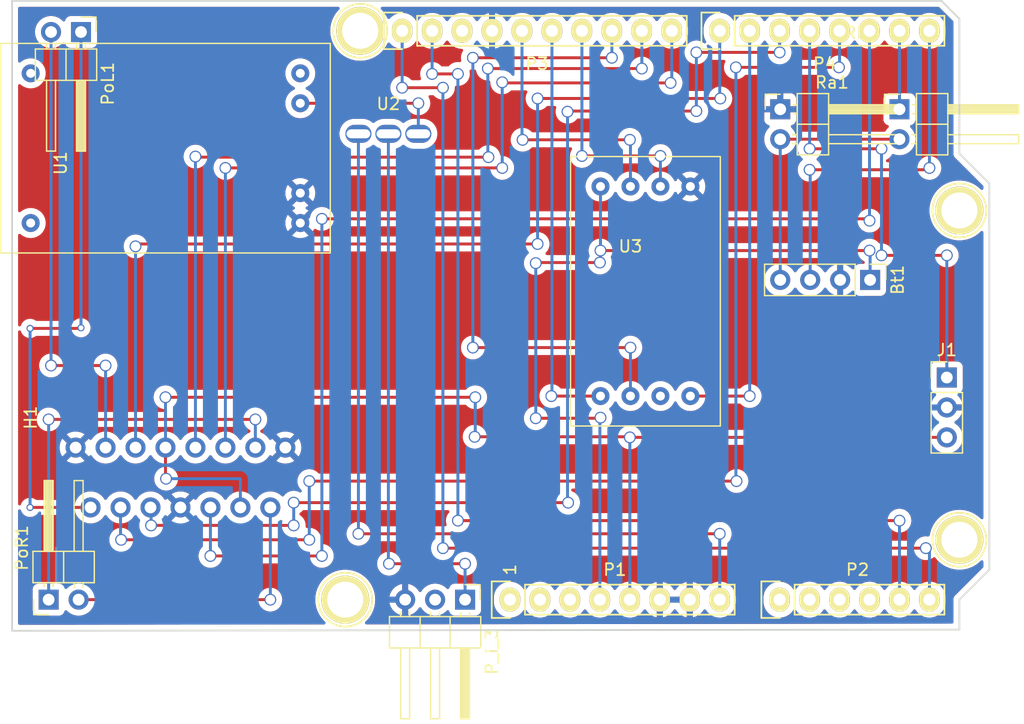
<source format=kicad_pcb>
(kicad_pcb (version 20211014) (generator pcbnew)
  (title_block (date "lun. 30 mars 2015"))
  (layers (0 "F.Cu" signal) (31 "B.Cu" signal) (34 "B.Paste" user) (35 "F.Paste" user) (36 "B.SilkS" user "B.Silkscreen") (37 "F.SilkS" user "F.Silkscreen") (38 "B.Mask" user) (39 "F.Mask" user) (44 "Edge.Cuts" user))
  (net 0 "")
  (net 1 "/IOREF")
  (net 2 "/Reset")
  (net 3 "GND")
  (net 4 "/Vin")
  (net 5 "/A0")
  (net 6 "/A1")
  (net 7 "/A2")
  (net 8 "/A3")
  (net 9 "/AREF")
  (net 10 "/A4(SDA)")
  (net 11 "/A5(SCL)")
  (net 12 "/9(**)")
  (net 13 "/8")
  (net 14 "/7")
  (net 15 "/6(**)")
  (net 16 "/5(**)")
  (net 17 "/4")
  (net 18 "/3(**)")
  (net 19 "/2")
  (net 20 "/1(Tx)")
  (net 21 "/0(Rx)")
  (net 22 "/3.3V")
  (net 23 "Net-(P1-Pad5)")
  (net 25 "/11(**{slash}MOSI)")
  (net 26 "/13(SCK)")
  (net 27 "/10(**{slash}SS)")
  (net 29 "/12(MISO)")
  (net 31 "Net-(Bt1-Pad4)")
  (net 33 "Net-(H1-Pad13)")
  (net 34 "Net-(H1-Pad14)")
  (net 35 "Net-(H1-Pad3)")
  (net 36 "Net-(H1-Pad2)")
  (net 38 "Net-(P_i_3-Pad1)")
  (net 40 "Net-(U1-Pad3)")
  (footprint "Socket_Arduino_Uno:Socket_Strip_Arduino_1x08" (layer "F.Cu") (at 138.938 123.825)
    (fp_text reference "P1" (at 8.89 -2.54) (layer "F.SilkS"))
    (fp_text value "Power")
    (fp_line (start 0 -1.55) (end -1.55 -1.55) (layer "F.SilkS") (width 0.15))
    (fp_line (start -1.55 1.55) (end 0 1.55) (layer "F.SilkS") (width 0.15))
    (fp_line (start 1.27 1.27) (end 19.05 1.27) (layer "F.SilkS") (width 0.15))
    (fp_line (start 19.05 -1.27) (end 1.27 -1.27) (layer "F.SilkS") (width 0.15))
    (fp_line (start -1.55 -1.55) (end -1.55 1.55) (layer "F.SilkS") (width 0.15))
    (fp_line (start 1.27 1.27) (end 1.27 -1.27) (layer "F.SilkS") (width 0.15))
    (fp_line (start 19.05 1.27) (end 19.05 -1.27) (layer "F.SilkS") (width 0.15))
    (pad "1" thru_hole oval locked (at 0 0) (size 1.7272 2.032) (drill 1.016) (layers *.Cu *.Mask "F.SilkS"))
    (pad "2" thru_hole oval locked (at 2.54 0) (size 1.7272 2.032) (drill 1.016) (layers *.Cu *.Mask "F.SilkS") (net 1 "/IOREF"))
    (pad "3" thru_hole oval locked (at 5.08 0) (size 1.7272 2.032) (drill 1.016) (layers *.Cu *.Mask "F.SilkS") (net 2 "/Reset"))
    (pad "4" thru_hole oval locked (at 7.62 0) (size 1.7272 2.032) (drill 1.016) (layers *.Cu *.Mask "F.SilkS") (net 22 "/3.3V"))
    (pad "5" thru_hole oval locked (at 10.16 0) (size 1.7272 2.032) (drill 1.016) (layers *.Cu *.Mask "F.SilkS") (net 23 "Net-(P1-Pad5)"))
    (pad "6" thru_hole oval locked (at 12.7 0) (size 1.7272 2.032) (drill 1.016) (layers *.Cu *.Mask "F.SilkS") (net 3 "GND"))
    (pad "7" thru_hole oval locked (at 15.24 0) (size 1.7272 2.032) (drill 1.016) (layers *.Cu *.Mask "F.SilkS") (net 3 "GND"))
    (pad "8" thru_hole oval locked (at 17.78 0) (size 1.7272 2.032) (drill 1.016) (layers *.Cu *.Mask "F.SilkS") (net 4 "/Vin"))
  )
  (footprint "Socket_Arduino_Uno:Socket_Strip_Arduino_1x06" (layer "F.Cu") (at 161.798 123.825)
    (fp_text reference "P2" (at 6.604 -2.54) (layer "F.SilkS"))
    (fp_text value "Analog")
    (fp_line (start -1.55 -1.55) (end -1.55 1.55) (layer "F.SilkS") (width 0.15))
    (fp_line (start 13.97 -1.27) (end 1.27 -1.27) (layer "F.SilkS") (width 0.15))
    (fp_line (start -1.55 1.55) (end 0 1.55) (layer "F.SilkS") (width 0.15))
    (fp_line (start 13.97 1.27) (end 13.97 -1.27) (layer "F.SilkS") (width 0.15))
    (fp_line (start 0 -1.55) (end -1.55 -1.55) (layer "F.SilkS") (width 0.15))
    (fp_line (start 1.27 1.27) (end 13.97 1.27) (layer "F.SilkS") (width 0.15))
    (fp_line (start 1.27 1.27) (end 1.27 -1.27) (layer "F.SilkS") (width 0.15))
    (pad "1" thru_hole oval locked (at 0 0) (size 1.7272 2.032) (drill 1.016) (layers *.Cu *.Mask "F.SilkS") (net 5 "/A0"))
    (pad "2" thru_hole oval locked (at 2.54 0) (size 1.7272 2.032) (drill 1.016) (layers *.Cu *.Mask "F.SilkS") (net 6 "/A1"))
    (pad "3" thru_hole oval locked (at 5.08 0) (size 1.7272 2.032) (drill 1.016) (layers *.Cu *.Mask "F.SilkS") (net 7 "/A2"))
    (pad "4" thru_hole oval locked (at 7.62 0) (size 1.7272 2.032) (drill 1.016) (layers *.Cu *.Mask "F.SilkS") (net 8 "/A3"))
    (pad "5" thru_hole oval locked (at 10.16 0) (size 1.7272 2.032) (drill 1.016) (layers *.Cu *.Mask "F.SilkS") (net 10 "/A4(SDA)"))
    (pad "6" thru_hole oval locked (at 12.7 0) (size 1.7272 2.032) (drill 1.016) (layers *.Cu *.Mask "F.SilkS") (net 11 "/A5(SCL)"))
  )
  (footprint "Socket_Arduino_Uno:Socket_Strip_Arduino_1x10" (layer "F.Cu") (at 129.794 75.565)
    (fp_text reference "P3" (at 11.43 2.794) (layer "F.SilkS"))
    (fp_text value "Digital")
    (fp_line (start -1.55 1.55) (end 0 1.55) (layer "F.SilkS") (width 0.15))
    (fp_line (start 1.27 1.27) (end 1.27 -1.27) (layer "F.SilkS") (width 0.15))
    (fp_line (start 1.27 1.27) (end 24.13 1.27) (layer "F.SilkS") (width 0.15))
    (fp_line (start 24.13 1.27) (end 24.13 -1.27) (layer "F.SilkS") (width 0.15))
    (fp_line (start -1.55 -1.55) (end -1.55 1.55) (layer "F.SilkS") (width 0.15))
    (fp_line (start 0 -1.55) (end -1.55 -1.55) (layer "F.SilkS") (width 0.15))
    (fp_line (start 24.13 -1.27) (end 1.27 -1.27) (layer "F.SilkS") (width 0.15))
    (pad "1" thru_hole oval locked (at 0 0) (size 1.7272 2.032) (drill 1.016) (layers *.Cu *.Mask "F.SilkS") (net 11 "/A5(SCL)"))
    (pad "2" thru_hole oval locked (at 2.54 0) (size 1.7272 2.032) (drill 1.016) (layers *.Cu *.Mask "F.SilkS") (net 10 "/A4(SDA)"))
    (pad "3" thru_hole oval locked (at 5.08 0) (size 1.7272 2.032) (drill 1.016) (layers *.Cu *.Mask "F.SilkS") (net 9 "/AREF"))
    (pad "4" thru_hole oval locked (at 7.62 0) (size 1.7272 2.032) (drill 1.016) (layers *.Cu *.Mask "F.SilkS") (net 3 "GND"))
    (pad "5" thru_hole oval locked (at 10.16 0) (size 1.7272 2.032) (drill 1.016) (layers *.Cu *.Mask "F.SilkS") (net 26 "/13(SCK)"))
    (pad "6" thru_hole oval locked (at 12.7 0) (size 1.7272 2.032) (drill 1.016) (layers *.Cu *.Mask "F.SilkS") (net 29 "/12(MISO)"))
    (pad "7" thru_hole oval locked (at 15.24 0) (size 1.7272 2.032) (drill 1.016) (layers *.Cu *.Mask "F.SilkS") (net 25 "/11(**{slash}MOSI)"))
    (pad "8" thru_hole oval locked (at 17.78 0) (size 1.7272 2.032) (drill 1.016) (layers *.Cu *.Mask "F.SilkS") (net 27 "/10(**{slash}SS)"))
    (pad "9" thru_hole oval locked (at 20.32 0) (size 1.7272 2.032) (drill 1.016) (layers *.Cu *.Mask "F.SilkS") (net 12 "/9(**)"))
    (pad "10" thru_hole oval locked (at 22.86 0) (size 1.7272 2.032) (drill 1.016) (layers *.Cu *.Mask "F.SilkS") (net 13 "/8"))
  )
  (footprint "Socket_Arduino_Uno:Socket_Strip_Arduino_1x08" (layer "F.Cu") (at 156.718 75.565)
    (fp_text reference "P4" (at 8.89 2.794) (layer "F.SilkS"))
    (fp_text value "Digital")
    (fp_line (start -1.55 -1.55) (end -1.55 1.55) (layer "F.SilkS") (width 0.15))
    (fp_line (start 1.27 1.27) (end 19.05 1.27) (layer "F.SilkS") (width 0.15))
    (fp_line (start -1.55 1.55) (end 0 1.55) (layer "F.SilkS") (width 0.15))
    (fp_line (start 19.05 1.27) (end 19.05 -1.27) (layer "F.SilkS") (width 0.15))
    (fp_line (start 19.05 -1.27) (end 1.27 -1.27) (layer "F.SilkS") (width 0.15))
    (fp_line (start 1.27 1.27) (end 1.27 -1.27) (layer "F.SilkS") (width 0.15))
    (fp_line (start 0 -1.55) (end -1.55 -1.55) (layer "F.SilkS") (width 0.15))
    (pad "1" thru_hole oval locked (at 0 0) (size 1.7272 2.032) (drill 1.016) (layers *.Cu *.Mask "F.SilkS") (net 14 "/7"))
    (pad "2" thru_hole oval locked (at 2.54 0) (size 1.7272 2.032) (drill 1.016) (layers *.Cu *.Mask "F.SilkS") (net 15 "/6(**)"))
    (pad "3" thru_hole oval locked (at 5.08 0) (size 1.7272 2.032) (drill 1.016) (layers *.Cu *.Mask "F.SilkS") (net 16 "/5(**)"))
    (pad "4" thru_hole oval locked (at 7.62 0) (size 1.7272 2.032) (drill 1.016) (layers *.Cu *.Mask "F.SilkS") (net 17 "/4"))
    (pad "5" thru_hole oval locked (at 10.16 0) (size 1.7272 2.032) (drill 1.016) (layers *.Cu *.Mask "F.SilkS") (net 18 "/3(**)"))
    (pad "6" thru_hole oval locked (at 12.7 0) (size 1.7272 2.032) (drill 1.016) (layers *.Cu *.Mask "F.SilkS") (net 19 "/2"))
    (pad "7" thru_hole oval locked (at 15.24 0) (size 1.7272 2.032) (drill 1.016) (layers *.Cu *.Mask "F.SilkS") (net 20 "/1(Tx)"))
    (pad "8" thru_hole oval locked (at 17.78 0) (size 1.7272 2.032) (drill 1.016) (layers *.Cu *.Mask "F.SilkS") (net 21 "/0(Rx)"))
  )
  (footprint "Socket_Arduino_Uno:Arduino_1pin" (layer "F.Cu") (at 124.968 123.825)
    (fp_text reference "P5" hide)
    (fp_text value "CONN_01X01" hide)
    (fp_circle (center 0 0) (end 0 -2.286) (layer "F.SilkS") (width 0.15) (fill none))
    (pad "1" thru_hole circle locked (at 0 0) (size 4.064 4.064) (drill 3.048) (layers *.Cu *.Mask "F.SilkS"))
  )
  (footprint "Socket_Arduino_Uno:Arduino_1pin" (layer "F.Cu") (at 177.038 118.745)
    (fp_text reference "P6" hide)
    (fp_text value "CONN_01X01" hide)
    (fp_circle (center 0 0) (end 0 -2.286) (layer "F.SilkS") (width 0.15) (fill none))
    (pad "1" thru_hole circle locked (at 0 0) (size 4.064 4.064) (drill 3.048) (layers *.Cu *.Mask "F.SilkS"))
  )
  (footprint "Socket_Arduino_Uno:Arduino_1pin" (layer "F.Cu") (at 126.238 75.565)
    (fp_text reference "P7" hide)
    (fp_text value "CONN_01X01" hide)
    (fp_circle (center 0 0) (end 0 -2.286) (layer "F.SilkS") (width 0.15) (fill none))
    (pad "1" thru_hole circle locked (at 0 0) (size 4.064 4.064) (drill 3.048) (layers *.Cu *.Mask "F.SilkS"))
  )
  (footprint "Socket_Arduino_Uno:Arduino_1pin" (layer "F.Cu") (at 177.038 90.805)
    (fp_text reference "P8" hide)
    (fp_text value "CONN_01X01" hide)
    (fp_circle (center 0 0) (end 0 -2.286) (layer "F.SilkS") (width 0.15) (fill none))
    (pad "1" thru_hole circle locked (at 0 0) (size 4.064 4.064) (drill 3.048) (layers *.Cu *.Mask "F.SilkS"))
  )
  (footprint "Connector_PinHeader_2.54mm:PinHeader_1x04_P2.54mm_Vertical" (layer "F.Cu") (at 169.4688 96.6978 -90)
    (fp_text reference "Bt1" (at 0 -2.33 90) (layer "F.SilkS"))
    (fp_text value "Bluetooth_module")
    (fp_line (start -1.33 1.27) (end 1.33 1.27) (layer "F.SilkS") (width 0.12))
    (fp_line (start -1.33 -1.33) (end 0 -1.33) (layer "F.SilkS") (width 0.12))
    (fp_line (start -1.33 0) (end -1.33 -1.33) (layer "F.SilkS") (width 0.12))
    (fp_line (start 1.33 1.27) (end 1.33 8.95) (layer "F.SilkS") (width 0.12))
    (fp_line (start -1.33 8.95) (end 1.33 8.95) (layer "F.SilkS") (width 0.12))
    (fp_line (start -1.33 1.27) (end -1.33 8.95) (layer "F.SilkS") (width 0.12))
    (pad "1" thru_hole rect locked (at 0 0 270) (size 1.7 1.7) (drill 1) (layers *.Cu *.Mask) (net 22 "/3.3V"))
    (pad "2" thru_hole oval locked (at 0 2.54 270) (size 1.7 1.7) (drill 1) (layers *.Cu *.Mask) (net 3 "GND"))
    (pad "3" thru_hole oval locked (at 0 5.08 270) (size 1.7 1.7) (drill 1) (layers *.Cu *.Mask) (net 21 "/0(Rx)"))
    (pad "4" thru_hole oval locked (at 0 7.62 270) (size 1.7 1.7) (drill 1) (layers *.Cu *.Mask) (net 31 "Net-(Bt1-Pad4)"))
  )
  (footprint "Connector_PinHeader_2.54mm:PinHeader_1x02_P2.54mm_Horizontal" (layer "F.Cu") (at 102.5652 75.6666 -90)
    (fp_text reference "PoL1" (at 4.385 -2.27 -90) (layer "F.SilkS"))
    (fp_text value "DC-motor_L")
    (fp_line (start 10.1 2.92) (end 4.1 2.92) (layer "F.SilkS") (width 0.12))
    (fp_line (start 10.1 -0.38) (end 10.1 0.38) (layer "F.SilkS") (width 0.12))
    (fp_line (start 1.44 -1.33) (end 1.44 3.87) (layer "F.SilkS") (width 0.12))
    (fp_line (start 1.44 3.87) (end 4.1 3.87) (layer "F.SilkS") (width 0.12))
    (fp_line (start 4.1 -0.2) (end 10.1 -0.2) (layer "F.SilkS") (width 0.12))
    (fp_line (start 4.1 3.87) (end 4.1 -1.33) (layer "F.SilkS") (width 0.12))
    (fp_line (start 4.1 -0.38) (end 10.1 -0.38) (layer "F.SilkS") (width 0.12))
    (fp_line (start -1.27 -1.27) (end 0 -1.27) (layer "F.SilkS") (width 0.12))
    (fp_line (start 1.11 -0.38) (end 1.44 -0.38) (layer "F.SilkS") (width 0.12))
    (fp_line (start 4.1 0.16) (end 10.1 0.16) (layer "F.SilkS") (width 0.12))
    (fp_line (start 1.042929 2.16) (end 1.44 2.16) (layer "F.SilkS") (width 0.12))
    (fp_line (start 4.1 -0.08) (end 10.1 -0.08) (layer "F.SilkS") (width 0.12))
    (fp_line (start 4.1 2.16) (end 10.1 2.16) (layer "F.SilkS") (width 0.12))
    (fp_line (start 10.1 2.16) (end 10.1 2.92) (layer "F.SilkS") (width 0.12))
    (fp_line (start 4.1 -1.33) (end 1.44 -1.33) (layer "F.SilkS") (width 0.12))
    (fp_line (start -1.27 0) (end -1.27 -1.27) (layer "F.SilkS") (width 0.12))
    (fp_line (start 1.11 0.38) (end 1.44 0.38) (layer "F.SilkS") (width 0.12))
    (fp_line (start 1.44 1.27) (end 4.1 1.27) (layer "F.SilkS") (width 0.12))
    (fp_line (start 1.042929 2.92) (end 1.44 2.92) (layer "F.SilkS") (width 0.12))
    (fp_line (start 4.1 0.04) (end 10.1 0.04) (layer "F.SilkS") (width 0.12))
    (fp_line (start 4.1 0.28) (end 10.1 0.28) (layer "F.SilkS") (width 0.12))
    (fp_line (start 10.1 0.38) (end 4.1 0.38) (layer "F.SilkS") (width 0.12))
    (fp_line (start 4.1 -0.32) (end 10.1 -0.32) (layer "F.SilkS") (width 0.12))
    (pad "1" thru_hole rect locked (at 0 0 270) (size 1.7 1.7) (drill 1) (layers *.Cu *.Mask) (net 34 "Net-(H1-Pad14)"))
    (pad "2" thru_hole oval locked (at 0 2.54 270) (size 1.7 1.7) (drill 1) (layers *.Cu *.Mask) (net 33 "Net-(H1-Pad13)"))
  )
  (footprint "Connector_PinHeader_2.54mm:PinHeader_1x02_P2.54mm_Horizontal" (layer "F.Cu") (at 99.822 123.825 90)
    (fp_text reference "PoR1" (at 4.385 -2.27 90) (layer "F.SilkS"))
    (fp_text value "DC-motor_R")
    (fp_line (start 1.44 -1.33) (end 1.44 3.87) (layer "F.SilkS") (width 0.12))
    (fp_line (start 4.1 -0.38) (end 10.1 -0.38) (layer "F.SilkS") (width 0.12))
    (fp_line (start 1.44 3.87) (end 4.1 3.87) (layer "F.SilkS") (width 0.12))
    (fp_line (start 1.11 -0.38) (end 1.44 -0.38) (layer "F.SilkS") (width 0.12))
    (fp_line (start 4.1 3.87) (end 4.1 -1.33) (layer "F.SilkS") (width 0.12))
    (fp_line (start 4.1 -0.08) (end 10.1 -0.08) (layer "F.SilkS") (width 0.12))
    (fp_line (start 4.1 -0.32) (end 10.1 -0.32) (layer "F.SilkS") (width 0.12))
    (fp_line (start 10.1 2.92) (end 4.1 2.92) (layer "F.SilkS") (width 0.12))
    (fp_line (start 10.1 0.38) (end 4.1 0.38) (layer "F.SilkS") (width 0.12))
    (fp_line (start -1.27 -1.27) (end 0 -1.27) (layer "F.SilkS") (width 0.12))
    (fp_line (start 1.44 1.27) (end 4.1 1.27) (layer "F.SilkS") (width 0.12))
    (fp_line (start 4.1 -0.2) (end 10.1 -0.2) (layer "F.SilkS") (width 0.12))
    (fp_line (start 4.1 0.28) (end 10.1 0.28) (layer "F.SilkS") (width 0.12))
    (fp_line (start 4.1 2.16) (end 10.1 2.16) (layer "F.SilkS") (width 0.12))
    (fp_line (start 4.1 0.04) (end 10.1 0.04) (layer "F.SilkS") (width 0.12))
    (fp_line (start -1.27 0) (end -1.27 -1.27) (layer "F.SilkS") (width 0.12))
    (fp_line (start 10.1 2.16) (end 10.1 2.92) (layer "F.SilkS") (width 0.12))
    (fp_line (start 4.1 0.16) (end 10.1 0.16) (layer "F.SilkS") (width 0.12))
    (fp_line (start 1.042929 2.16) (end 1.44 2.16) (layer "F.SilkS") (width 0.12))
    (fp_line (start 10.1 -0.38) (end 10.1 0.38) (layer "F.SilkS") (width 0.12))
    (fp_line (start 4.1 -1.33) (end 1.44 -1.33) (layer "F.SilkS") (width 0.12))
    (fp_line (start 1.042929 2.92) (end 1.44 2.92) (layer "F.SilkS") (width 0.12))
    (fp_line (start 1.11 0.38) (end 1.44 0.38) (layer "F.SilkS") (width 0.12))
    (pad "1" thru_hole rect locked (at 0 0 90) (size 1.7 1.7) (drill 1) (layers *.Cu *.Mask) (net 35 "Net-(H1-Pad3)"))
    (pad "2" thru_hole oval locked (at 0 2.54 90) (size 1.7 1.7) (drill 1) (layers *.Cu *.Mask) (net 36 "Net-(H1-Pad2)"))
  )
  (footprint "Connector_PinHeader_2.54mm:PinHeader_1x02_P2.54mm_Horizontal" (layer "F.Cu") (at 171.958 82.2198)
    (fp_text reference "Rb1" (at -3.225001 -6.485001) (layer "F.SilkS"))
    (fp_text value "R_Small")
    (fp_line (start -1.27 0) (end -1.27 -1.27) (layer "F.SilkS") (width 0.12))
    (fp_line (start 1.042929 2.92) (end 1.44 2.92) (layer "F.SilkS") (width 0.12))
    (fp_line (start 1.44 -1.33) (end 1.44 3.87) (layer "F.SilkS") (width 0.12))
    (fp_line (start 4.1 2.16) (end 10.1 2.16) (layer "F.SilkS") (width 0.12))
    (fp_line (start 4.1 3.87) (end 4.1 -1.33) (layer "F.SilkS") (width 0.12))
    (fp_line (start 10.1 0.38) (end 4.1 0.38) (layer "F.SilkS") (width 0.12))
    (fp_line (start 1.11 -0.38) (end 1.44 -0.38) (layer "F.SilkS") (width 0.12))
    (fp_line (start 1.11 0.38) (end 1.44 0.38) (layer "F.SilkS") (width 0.12))
    (fp_line (start 1.44 3.87) (end 4.1 3.87) (layer "F.SilkS") (width 0.12))
    (fp_line (start 10.1 2.92) (end 4.1 2.92) (layer "F.SilkS") (width 0.12))
    (fp_line (start 4.1 -0.38) (end 10.1 -0.38) (layer "F.SilkS") (width 0.12))
    (fp_line (start 1.44 1.27) (end 4.1 1.27) (layer "F.SilkS") (width 0.12))
    (fp_line (start 10.1 -0.38) (end 10.1 0.38) (layer "F.SilkS") (width 0.12))
    (fp_line (start 4.1 0.28) (end 10.1 0.28) (layer "F.SilkS") (width 0.12))
    (fp_line (start 4.1 -0.08) (end 10.1 -0.08) (layer "F.SilkS") (width 0.12))
    (fp_line (start -1.27 -1.27) (end 0 -1.27) (layer "F.SilkS") (width 0.12))
    (fp_line (start 4.1 0.04) (end 10.1 0.04) (layer "F.SilkS") (width 0.12))
    (fp_line (start 4.1 0.16) (end 10.1 0.16) (layer "F.SilkS") (width 0.12))
    (fp_line (start 4.1 -0.32) (end 10.1 -0.32) (layer "F.SilkS") (width 0.12))
    (fp_line (start 1.042929 2.16) (end 1.44 2.16) (layer "F.SilkS") (width 0.12))
    (fp_line (start 4.1 -0.2) (end 10.1 -0.2) (layer "F.SilkS") (width 0.12))
    (fp_line (start 10.1 2.16) (end 10.1 2.92) (layer "F.SilkS") (width 0.12))
    (fp_line (start 4.1 -1.33) (end 1.44 -1.33) (layer "F.SilkS") (width 0.12))
    (pad "1" thru_hole rect locked (at 0 0) (size 1.7 1.7) (drill 1) (layers *.Cu *.Mask) (net 20 "/1(Tx)"))
    (pad "2" thru_hole oval locked (at 0 2.54) (size 1.7 1.7) (drill 1) (layers *.Cu *.Mask) (net 31 "Net-(Bt1-Pad4)"))
  )
  (footprint "Halfbrifge:Half-bridge" (layer "F.Cu") (at 119.888 110.9218 90)
    (fp_text reference "H1" (at 2.54 -21.59 90) (layer "F.SilkS"))
    (fp_text value "Half-bridge")
    (pad "1" thru_hole circle locked (at 0 0 90) (size 1.7 1.7) (drill 1) (layers *.Cu *.Mask) (net 3 "GND"))
    (pad "2" thru_hole circle locked (at -5.08 -1.27 90) (size 1.7 1.7) (drill 1) (layers *.Cu *.Mask) (net 36 "Net-(H1-Pad2)"))
    (pad "3" thru_hole circle locked (at 0 -2.54 90) (size 1.7 1.7) (drill 1) (layers *.Cu *.Mask) (net 35 "Net-(H1-Pad3)"))
    (pad "4" thru_hole circle locked (at -5.08 -3.81 90) (size 1.7 1.7) (drill 1) (layers *.Cu *.Mask) (net 23 "Net-(P1-Pad5)"))
    (pad "5" thru_hole circle locked (at 0 -5.08 90) (size 1.7 1.7) (drill 1) (layers *.Cu *.Mask) (net 13 "/8"))
    (pad "6" thru_hole circle locked (at -5.08 -6.35 90) (size 1.7 1.7) (drill 1) (layers *.Cu *.Mask) (net 19 "/2"))
    (pad "7" thru_hole circle locked (at 0 -7.62 90) (size 1.7 1.7) (drill 1) (layers *.Cu *.Mask) (net 12 "/9(**)"))
    (pad "8" thru_hole circle locked (at -5.08 -8.89 90) (size 1.7 1.7) (drill 1) (layers *.Cu *.Mask) (net 3 "GND"))
    (pad "9" thru_hole circle locked (at 0 -10.16 90) (size 1.7 1.7) (drill 1) (layers *.Cu *.Mask) (net 23 "Net-(P1-Pad5)"))
    (pad "10" thru_hole circle locked (at -5.08 -11.43 90) (size 1.7 1.7) (drill 1) (layers *.Cu *.Mask) (net 16 "/5(**)"))
    (pad "11" thru_hole circle locked (at 0 -12.7 90) (size 1.7 1.7) (drill 1) (layers *.Cu *.Mask) (net 14 "/7"))
    (pad "12" thru_hole circle locked (at -5.08 -13.97 90) (size 1.7 1.7) (drill 1) (layers *.Cu *.Mask) (net 18 "/3(**)"))
    (pad "13" thru_hole circle locked (at 0 -15.24 90) (size 1.7 1.7) (drill 1) (layers *.Cu *.Mask) (net 33 "Net-(H1-Pad13)"))
    (pad "14" thru_hole circle locked (at -5.08 -16.51 90) (size 1.7 1.7) (drill 1) (layers *.Cu *.Mask) (net 34 "Net-(H1-Pad14)"))
    (pad "15" thru_hole circle locked (at 0 -17.78 90) (size 1.7 1.7) (drill 1) (layers *.Cu *.Mask) (net 3 "GND"))
  )
  (footprint "Connector_PinHeader_2.54mm:PinHeader_1x02_P2.54mm_Horizontal" (layer "F.Cu") (at 161.8488 82.2198)
    (fp_text reference "Ra1" (at 4.385 -2.27) (layer "F.SilkS"))
    (fp_text value "R_Small")
    (fp_line (start 1.44 3.87) (end 4.1 3.87) (layer "F.SilkS") (width 0.12))
    (fp_line (start -1.27 0) (end -1.27 -1.27) (layer "F.SilkS") (width 0.12))
    (fp_line (start 4.1 -0.32) (end 10.1 -0.32) (layer "F.SilkS") (width 0.12))
    (fp_line (start 4.1 -1.33) (end 1.44 -1.33) (layer "F.SilkS") (width 0.12))
    (fp_line (start 4.1 0.16) (end 10.1 0.16) (layer "F.SilkS") (width 0.12))
    (fp_line (start 4.1 -0.2) (end 10.1 -0.2) (layer "F.SilkS") (width 0.12))
    (fp_line (start 1.11 -0.38) (end 1.44 -0.38) (layer "F.SilkS") (width 0.12))
    (fp_line (start 1.042929 2.92) (end 1.44 2.92) (layer "F.SilkS") (width 0.12))
    (fp_line (start 1.11 0.38) (end 1.44 0.38) (layer "F.SilkS") (width 0.12))
    (fp_line (start 4.1 3.87) (end 4.1 -1.33) (layer "F.SilkS") (width 0.12))
    (fp_line (start 1.44 1.27) (end 4.1 1.27) (layer "F.SilkS") (width 0.12))
    (fp_line (start 10.1 2.92) (end 4.1 2.92) (layer "F.SilkS") (width 0.12))
    (fp_line (start 4.1 0.04) (end 10.1 0.04) (layer "F.SilkS") (width 0.12))
    (fp_line (start 4.1 2.16) (end 10.1 2.16) (layer "F.SilkS") (width 0.12))
    (fp_line (start 4.1 -0.38) (end 10.1 -0.38) (layer "F.SilkS") (width 0.12))
    (fp_line (start 10.1 2.16) (end 10.1 2.92) (layer "F.SilkS") (width 0.12))
    (fp_line (start 4.1 0.28) (end 10.1 0.28) (layer "F.SilkS") (width 0.12))
    (fp_line (start 1.44 -1.33) (end 1.44 3.87) (layer "F.SilkS") (width 0.12))
    (fp_line (start 1.042929 2.16) (end 1.44 2.16) (layer "F.SilkS") (width 0.12))
    (fp_line (start 10.1 0.38) (end 4.1 0.38) (layer "F.SilkS") (width 0.12))
    (fp_line (start 4.1 -0.08) (end 10.1 -0.08) (layer "F.SilkS") (width 0.12))
    (fp_line (start 10.1 -0.38) (end 10.1 0.38) (layer "F.SilkS") (width 0.12))
    (fp_line (start -1.27 -1.27) (end 0 -1.27) (layer "F.SilkS") (width 0.12))
    (pad "1" thru_hole rect locked (at 0 0) (size 1.7 1.7) (drill 1) (layers *.Cu *.Mask) (net 3 "GND"))
    (pad "2" thru_hole oval locked (at 0 2.54) (size 1.7 1.7) (drill 1) (layers *.Cu *.Mask) (net 31 "Net-(Bt1-Pad4)"))
  )
  (footprint "Connector_PinHeader_2.54mm:PinHeader_1x03_P2.54mm_Horizontal" (layer "F.Cu") (at 135.128 123.825 -90)
    (fp_text reference "P_i_3" (at 4.385 -2.27 -90) (layer "F.SilkS"))
    (fp_text value "PWR")
    (fp_line (start 1.44 3.81) (end 4.1 3.81) (layer "F.SilkS") (width 0.12))
    (fp_line (start 1.042929 5.46) (end 1.44 5.46) (layer "F.SilkS") (width 0.12))
    (fp_line (start 4.1 -0.2) (end 10.1 -0.2) (layer "F.SilkS") (width 0.12))
    (fp_line (start 10.1 4.7) (end 10.1 5.46) (layer "F.SilkS") (width 0.12))
    (fp_line (start 4.1 -0.38) (end 10.1 -0.38) (layer "F.SilkS") (width 0.12))
    (fp_line (start 1.44 6.41) (end 4.1 6.41) (layer "F.SilkS") (width 0.12))
    (fp_line (start 4.1 2.16) (end 10.1 2.16) (layer "F.SilkS") (width 0.12))
    (fp_line (start 10.1 -0.38) (end 10.1 0.38) (layer "F.SilkS") (width 0.12))
    (fp_line (start 1.11 0.38) (end 1.44 0.38) (layer "F.SilkS") (width 0.12))
    (fp_line (start 4.1 -0.32) (end 10.1 -0.32) (layer "F.SilkS") (width 0.12))
    (fp_line (start -1.27 0) (end -1.27 -1.27) (layer "F.SilkS") (width 0.12))
    (fp_line (start 10.1 2.16) (end 10.1 2.92) (layer "F.SilkS") (width 0.12))
    (fp_line (start 10.1 0.38) (end 4.1 0.38) (layer "F.SilkS") (width 0.12))
    (fp_line (start 1.042929 2.92) (end 1.44 2.92) (layer "F.SilkS") (width 0.12))
    (fp_line (start 1.44 1.27) (end 4.1 1.27) (layer "F.SilkS") (width 0.12))
    (fp_line (start 4.1 0.16) (end 10.1 0.16) (layer "F.SilkS") (width 0.12))
    (fp_line (start 4.1 6.41) (end 4.1 -1.33) (layer "F.SilkS") (width 0.12))
    (fp_line (start 1.042929 4.7) (end 1.44 4.7) (layer "F.SilkS") (width 0.12))
    (fp_line (start -1.27 -1.27) (end 0 -1.27) (layer "F.SilkS") (width 0.12))
    (fp_line (start 4.1 -0.08) (end 10.1 -0.08) (layer "F.SilkS") (width 0.12))
    (fp_line (start 4.1 0.04) (end 10.1 0.04) (layer "F.SilkS") (width 0.12))
    (fp_line (start 1.44 -1.33) (end 1.44 6.41) (layer "F.SilkS") (width 0.12))
    (fp_line (start 1.11 -0.38) (end 1.44 -0.38) (layer "F.SilkS") (width 0.12))
    (fp_line (start 10.1 5.46) (end 4.1 5.46) (layer "F.SilkS") (width 0.12))
    (fp_line (start 4.1 -1.33) (end 1.44 -1.33) (layer "F.SilkS") (width 0.12))
    (fp_line (start 4.1 4.7) (end 10.1 4.7) (layer "F.SilkS") (width 0.12))
    (fp_line (start 1.042929 2.16) (end 1.44 2.16) (layer "F.SilkS") (width 0.12))
    (fp_line (start 10.1 2.92) (end 4.1 2.92) (layer "F.SilkS") (width 0.12))
    (fp_line (start 4.1 0.28) (end 10.1 0.28) (layer "F.SilkS") (width 0.12))
    (pad "1" thru_hole rect locked (at 0 0 270) (size 1.7 1.7) (drill 1) (layers *.Cu *.Mask) (net 38 "Net-(P_i_3-Pad1)"))
    (pad "2" thru_hole oval locked (at 0 2.54 270) (size 1.7 1.7) (drill 1) (layers *.Cu *.Mask))
    (pad "3" thru_hole oval locked (at 0 5.08 270) (size 1.7 1.7) (drill 1) (layers *.Cu *.Mask) (net 3 "GND"))
  )
  (footprint "pwr_mgr:gy50" (layer "F.Cu") (at 146.6088 106.553)
    (fp_text reference "U3" (at 2.54 -12.7 unlocked) (layer "F.SilkS"))
    (fp_text value "gy50")
    (fp_rect (start -2.54 -20.32) (end 10.16 2.54) (layer "F.SilkS") (width 0.12) (fill none))
    (pad "1" thru_hole circle (at 0 0) (size 1.524 1.524) (drill 0.762) (layers *.Cu *.Mask) (net 29 "/12(MISO)"))
    (pad "2" thru_hole circle (at 2.54 0) (size 1.524 1.524) (drill 0.762) (layers *.Cu *.Mask) (net 27 "/10(**{slash}SS)"))
    (pad "3" thru_hole circle (at 5.08 0) (size 1.524 1.524) (drill 0.762) (layers *.Cu *.Mask))
    (pad "4" thru_hole circle (at 7.62 0) (size 1.524 1.524) (drill 0.762) (layers *.Cu *.Mask) (net 15 "/6(**)"))
    (pad "5" thru_hole circle (at 0 -17.78) (size 1.524 1.524) (drill 0.762) (layers *.Cu *.Mask) (net 22 "/3.3V"))
    (pad "6" thru_hole circle (at 2.54 -17.78) (size 1.524 1.524) (drill 0.762) (layers *.Cu *.Mask) (net 26 "/13(SCK)"))
    (pad "7" thru_hole circle (at 5.08 -17.78) (size 1.524 1.524) (drill 0.762) (layers *.Cu *.Mask) (net 25 "/11(**{slash}MOSI)"))
    (pad "8" thru_hole circle (at 7.62 -17.78) (size 1.524 1.524) (drill 0.762) (layers *.Cu *.Mask) (net 3 "GND"))
  )
  (footprint "pwr_mgr:pwr_stw" (layer "F.Cu") (at 126.0856 84.3026)
    (fp_text reference "U2" (at 2.54 -2.54 unlocked) (layer "F.SilkS"))
    (fp_text value "pwr_switch")
    (pad "1" thru_hole oval (at 0 0) (size 2.2 1.524) (drill oval 2 0.762) (layers *.Cu *.Mask) (net 4 "/Vin"))
    (pad "2" thru_hole oval (at 2.54 0) (size 2.2 1.524) (drill oval 2 0.762) (layers *.Cu *.Mask) (net 38 "Net-(P_i_3-Pad1)"))
    (pad "3" thru_hole oval (at 5.08 0) (size 2.2 1.524) (drill oval 2 0.762) (layers *.Cu *.Mask) (net 40 "Net-(U1-Pad3)"))
  )
  (footprint "Connector_PinHeader_2.54mm:PinHeader_1x03_P2.54mm_Vertical" (layer "F.Cu") (at 175.9712 104.9782)
    (fp_text reference "J1" (at 0 -2.33) (layer "F.SilkS"))
    (fp_text value "IR_sensor")
    (fp_line (start -1.33 -1.33) (end 0 -1.33) (layer "F.SilkS") (width 0.12))
    (fp_line (start -1.33 0) (end -1.33 -1.33) (layer "F.SilkS") (width 0.12))
    (fp_line (start -1.33 1.27) (end 1.33 1.27) (layer "F.SilkS") (width 0.12))
    (fp_line (start 1.33 1.27) (end 1.33 6.41) (layer "F.SilkS") (width 0.12))
    (fp_line (start -1.33 6.41) (end 1.33 6.41) (layer "F.SilkS") (width 0.12))
    (fp_line (start -1.33 1.27) (end -1.33 6.41) (layer "F.SilkS") (width 0.12))
    (pad "1" thru_hole rect (at 0 0) (size 1.7 1.7) (drill 1) (layers *.Cu *.Mask) (net 17 "/4"))
    (pad "2" thru_hole oval (at 0 2.54) (size 1.7 1.7) (drill 1) (layers *.Cu *.Mask) (net 3 "GND"))
    (pad "3" thru_hole oval (at 0 5.08) (size 1.7 1.7) (drill 1) (layers *.Cu *.Mask) (net 23 "Net-(P1-Pad5)"))
  )
  (footprint "pwr_mgr:pwr_mfr_1" (layer "F.Cu") (at 121.158 91.8718 90)
    (fp_text reference "U1" (at 5.08 -20.32 90 unlocked) (layer "F.SilkS"))
    (fp_text value "pwr_mgr_1")
    (fp_rect (start -2.54 -25.4) (end 15.24 2.54) (layer "F.SilkS") (width 0.12) (fill none))
    (pad "1" thru_hole circle (at 0 0 90) (size 1.524 1.524) (drill 0.762) (layers *.Cu *.Mask) (net 3 "GND"))
    (pad "2" thru_hole circle (at 2.54 0 90) (size 1.524 1.524) (drill 0.762) (layers *.Cu *.Mask) (net 3 "GND"))
    (pad "3" thru_hole circle (at 10.16 0 90) (size 1.524 1.524) (drill 0.762) (layers *.Cu *.Mask) (net 40 "Net-(U1-Pad3)"))
    (pad "4" thru_hole circle (at 12.7 0 90) (size 1.524 1.524) (drill 0.762) (layers *.Cu *.Mask))
    (pad "5" thru_hole circle (at 0 -22.86 90) (size 1.524 1.524) (drill 0.762) (layers *.Cu *.Mask))
    (pad "6" thru_hole circle (at 12.7 -22.86 90) (size 1.524 1.524) (drill 0.762) (layers *.Cu *.Mask))
  )
  (gr_line (start 96.7232 126.4666) (end 177.038 126.365) (layer "Edge.Cuts") (width 0.15))
  (gr_line (start 96.7232 73.025) (end 96.7232 126.4666) (layer "Edge.Cuts") (width 0.15))
  (gr_line (start 177.038 85.979) (end 177.038 74.549) (layer "Edge.Cuts") (width 0.15))
  (gr_line (start 175.514 73.025) (end 96.7232 73.025) (layer "Edge.Cuts") (width 0.15))
  (gr_line (start 177.038 74.549) (end 175.514 73.025) (layer "Edge.Cuts") (width 0.15))
  (gr_line (start 179.578 88.519) (end 177.038 85.979) (layer "Edge.Cuts") (width 0.15))
  (gr_line (start 177.038 123.825) (end 179.578 121.285) (layer "Edge.Cuts") (width 0.15))
  (gr_line (start 177.038 126.365) (end 177.038 123.825) (layer "Edge.Cuts") (width 0.15))
  (gr_line (start 179.578 121.285) (end 179.578 88.519) (layer "Edge.Cuts") (width 0.15))
  (gr_text "GND" (at 172.1104 107.569) (layer "F.Cu") (effects (font (size 1.5 1.5) (thickness 0.3))))
  (gr_text "GND\n" (at 167.0304 100.3046 90) (layer "F.Cu") (effects (font (size 1.5 1.5) (thickness 0.3))))
  (gr_text "Motor_R" (at 105.5116 121.285) (layer "F.Cu") (effects (font (size 1.5 1.5) (thickness 0.3))))
  (gr_text "BT" (at 162.9156 99.3902) (layer "F.Cu") (effects (font (size 1.5 1.5) (thickness 0.3))))
  (gr_text "Motor_L" (at 108.6612 75.819) (layer "F.Cu") (effects (font (size 1.5 1.5) (thickness 0.3))))
  (gr_text "IR" (at 173.4312 104.7242 90) (layer "F.Cu") (effects (font (size 1.5 1.5) (thickness 0.3))))
  (gr_text "1" (at 138.938 121.285 90) (layer "F.SilkS") (effects (font (size 1 1))))
  (segment (start 126.0856 118.237) (end 156.718 118.237) (width 0.25) (layer "F.Cu") (net 4))
  (via (at 156.718 118.237) (size 1) (drill 0.8) (layers "F.Cu" "B.Cu") (net 4))
  (via (at 126.0856 118.237) (size 1) (drill 0.8) (layers "F.Cu" "B.Cu") (net 4))
  (segment (start 156.718 118.237) (end 156.718 123.825) (width 0.25) (layer "B.Cu") (net 4))
  (segment (start 126.0856 84.3026) (end 126.0856 118.237) (width 0.25) (layer "B.Cu") (net 4))
  (segment (start 134.5184 117.1194) (end 171.958 117.1194) (width 0.25) (layer "F.Cu") (net 10))
  (segment (start 132.334 79.2226) (end 134.5184 79.2226) (width 0.25) (layer "F.Cu") (net 10))
  (via (at 134.5184 117.1194) (size 1) (drill 0.8) (layers "F.Cu" "B.Cu") (net 10))
  (via (at 134.5184 79.2226) (size 1) (drill 0.8) (layers "F.Cu" "B.Cu") (net 10))
  (via (at 171.958 117.1194) (size 1) (drill 0.8) (layers "F.Cu" "B.Cu") (net 10))
  (via (at 132.334 79.2226) (size 1) (drill 0.8) (layers "F.Cu" "B.Cu") (net 10))
  (segment (start 132.334 75.565) (end 132.334 79.2226) (width 0.25) (layer "B.Cu") (net 10))
  (segment (start 171.958 117.1194) (end 171.958 123.825) (width 0.25) (layer "B.Cu") (net 10))
  (segment (start 134.5184 79.2226) (end 134.5184 117.1194) (width 0.25) (layer "B.Cu") (net 10))
  (segment (start 133.2484 119.4562) (end 174.1932 119.4562) (width 0.25) (layer "F.Cu") (net 11))
  (segment (start 129.794 80.391) (end 133.2484 80.391) (width 0.25) (layer "F.Cu") (net 11))
  (via (at 129.794 80.391) (size 1) (drill 0.8) (layers "F.Cu" "B.Cu") (net 11))
  (via (at 174.1932 119.4562) (size 1) (drill 0.8) (layers "F.Cu" "B.Cu") (net 11))
  (via (at 133.2484 80.391) (size 1) (drill 0.8) (layers "F.Cu" "B.Cu") (net 11))
  (via (at 133.2484 119.4562) (size 1) (drill 0.8) (layers "F.Cu" "B.Cu") (net 11))
  (segment (start 174.498 119.761) (end 174.498 123.825) (width 0.25) (layer "B.Cu") (net 11))
  (segment (start 174.1932 119.4562) (end 174.498 119.761) (width 0.25) (layer "B.Cu") (net 11))
  (segment (start 133.2484 80.391) (end 133.2484 119.4562) (width 0.25) (layer "B.Cu") (net 11))
  (segment (start 129.794 75.565) (end 129.794 80.391) (width 0.25) (layer "B.Cu") (net 11))
  (segment (start 137.1092 86.2838) (end 112.3188 86.2838) (width 0.25) (layer "F.Cu") (net 12))
  (segment (start 112.3188 86.2838) (end 112.268 86.233) (width 0.25) (layer "F.Cu") (net 12))
  (segment (start 150.114 78.7654) (end 137.0584 78.7654) (width 0.25) (layer "F.Cu") (net 12))
  (via (at 137.0584 78.7654) (size 1) (drill 0.8) (layers "F.Cu" "B.Cu") (net 12))
  (via (at 112.268 86.233) (size 1) (drill 0.8) (layers "F.Cu" "B.Cu") (net 12))
  (via (at 150.114 78.7654) (size 1) (drill 0.8) (layers "F.Cu" "B.Cu") (net 12))
  (via (at 137.1092 86.2838) (size 1) (drill 0.8) (layers "F.Cu" "B.Cu") (net 12))
  (segment (start 137.0584 86.233) (end 137.1092 86.2838) (width 0.25) (layer "B.Cu") (net 12))
  (segment (start 112.268 86.233) (end 112.268 110.9218) (width 0.25) (layer "B.Cu") (net 12))
  (segment (start 137.0584 78.7654) (end 137.0584 86.233) (width 0.25) (layer "B.Cu") (net 12))
  (segment (start 150.114 75.565) (end 150.114 78.7654) (width 0.25) (layer "B.Cu") (net 12))
  (segment (start 152.5524 79.9846) (end 138.3284 79.9846) (width 0.25) (layer "F.Cu") (net 13))
  (segment (start 138.3284 79.9846) (end 138.2776 79.9338) (width 0.25) (layer "F.Cu") (net 13))
  (segment (start 138.2776 87.1982) (end 114.808 87.1982) (width 0.25) (layer "F.Cu") (net 13))
  (via (at 138.2776 87.1982) (size 1) (drill 0.8) (layers "F.Cu" "B.Cu") (net 13))
  (via (at 114.808 87.1982) (size 1) (drill 0.8) (layers "F.Cu" "B.Cu") (net 13))
  (via (at 152.5524 79.9846) (size 1) (drill 0.8) (layers "F.Cu" "B.Cu") (net 13))
  (via (at 138.2776 79.9338) (size 1) (drill 0.8) (layers "F.Cu" "B.Cu") (net 13))
  (segment (start 152.654 75.565) (end 152.654 79.883) (width 0.25) (layer "B.Cu") (net 13))
  (segment (start 114.808 87.1982) (end 114.808 110.9218) (width 0.25) (layer "B.Cu") (net 13))
  (segment (start 138.2776 79.9338) (end 138.2776 87.1982) (width 0.25) (layer "B.Cu") (net 13))
  (segment (start 152.654 79.883) (end 152.5524 79.9846) (width 0.25) (layer "B.Cu") (net 13))
  (segment (start 156.7688 81.3054) (end 141.2748 81.3054) (width 0.25) (layer "F.Cu") (net 14))
  (segment (start 141.2748 93.6498) (end 107.3912 93.6498) (width 0.25) (layer "F.Cu") (net 14))
  (segment (start 107.3912 93.6498) (end 107.188 93.853) (width 0.25) (layer "F.Cu") (net 14))
  (via (at 107.188 93.853) (size 1) (drill 0.8) (layers "F.Cu" "B.Cu") (net 14))
  (via (at 141.2748 81.3054) (size 1) (drill 0.8) (layers "F.Cu" "B.Cu") (net 14))
  (via (at 141.2748 93.6498) (size 1) (drill 0.8) (layers "F.Cu" "B.Cu") (net 14))
  (via (at 156.7688 81.3054) (size 1) (drill 0.8) (layers "F.Cu" "B.Cu") (net 14))
  (segment (start 156.718 75.565) (end 156.718 81.2546) (width 0.25) (layer "B.Cu") (net 14))
  (segment (start 156.718 81.2546) (end 156.7688 81.3054) (width 0.25) (layer "B.Cu") (net 14))
  (segment (start 141.2748 81.3054) (end 141.2748 93.6498) (width 0.25) (layer "B.Cu") (net 14))
  (segment (start 107.188 93.853) (end 107.188 110.9218) (width 0.25) (layer "B.Cu") (net 14))
  (segment (start 159.258 106.553) (end 154.2288 106.553) (width 0.25) (layer "F.Cu") (net 15))
  (via (at 159.258 106.553) (size 1) (drill 0.8) (layers "F.Cu" "B.Cu") (net 15))
  (segment (start 159.258 75.565) (end 159.258 106.553) (width 0.25) (layer "B.Cu") (net 15))
  (segment (start 143.8656 82.3722) (end 143.8148 82.423) (width 0.25) (layer "F.Cu") (net 16))
  (segment (start 143.8656 115.5954) (end 120.5992 115.5954) (width 0.25) (layer "F.Cu") (net 16))
  (segment (start 154.7368 82.3722) (end 143.8656 82.3722) (width 0.25) (layer "F.Cu") (net 16))
  (segment (start 120.5992 117.5258) (end 108.5088 117.5258) (width 0.25) (layer "F.Cu") (net 16))
  (segment (start 161.798 77.3938) (end 154.7368 77.3938) (width 0.25) (layer "F.Cu") (net 16))
  (via (at 143.8148 82.423) (size 1) (drill 0.8) (layers "F.Cu" "B.Cu") (net 16))
  (via (at 120.5992 115.5954) (size 1) (drill 0.8) (layers "F.Cu" "B.Cu") (net 16))
  (via (at 161.798 77.3938) (size 1) (drill 0.8) (layers "F.Cu" "B.Cu") (net 16))
  (via (at 120.5992 117.5258) (size 1) (drill 0.8) (layers "F.Cu" "B.Cu") (net 16))
  (via (at 154.7368 77.3938) (size 1) (drill 0.8) (layers "F.Cu" "B.Cu") (net 16))
  (via (at 154.7368 82.3722) (size 1) (drill 0.8) (layers "F.Cu" "B.Cu") (net 16))
  (via (at 143.8656 115.5954) (size 1) (drill 0.8) (layers "F.Cu" "B.Cu") (net 16))
  (via (at 108.5088 117.5258) (size 1) (drill 0.8) (layers "F.Cu" "B.Cu") (net 16))
  (segment (start 143.8148 115.5446) (end 143.8656 115.5954) (width 0.25) (layer "B.Cu") (net 16))
  (segment (start 143.8148 82.423) (end 143.8148 115.5446) (width 0.25) (layer "B.Cu") (net 16))
  (segment (start 161.798 75.565) (end 161.798 77.3938) (width 0.25) (layer "B.Cu") (net 16))
  (segment (start 154.7368 77.3938) (end 154.7368 82.3722) (width 0.25) (layer "B.Cu") (net 16))
  (segment (start 108.5088 117.5258) (end 108.5088 116.0526) (width 0.25) (layer "B.Cu") (net 16))
  (segment (start 108.5088 116.0526) (end 108.458 116.0018) (width 0.25) (layer "B.Cu") (net 16))
  (segment (start 120.5992 115.5954) (end 120.5992 117.5258) (width 0.25) (layer "B.Cu") (net 16))
  (segment (start 170.434 94.615) (end 175.9712 94.615) (width 0.25) (layer "F.Cu") (net 17))
  (segment (start 164.338 85.5726) (end 170.434 85.5726) (width 0.25) (layer "F.Cu") (net 17))
  (via (at 170.434 94.615) (size 1) (drill 0.8) (layers "F.Cu" "B.Cu") (net 17))
  (via (at 175.9712 94.615) (size 1) (drill 0.8) (layers "F.Cu" "B.Cu") (net 17))
  (via (at 170.434 85.5726) (size 1) (drill 0.8) (layers "F.Cu" "B.Cu") (net 17))
  (via (at 164.338 85.5726) (size 1) (drill 0.8) (layers "F.Cu" "B.Cu") (net 17))
  (segment (start 175.9712 94.615) (end 175.9712 104.9782) (width 0.25) (layer "B.Cu") (net 17))
  (segment (start 164.338 75.565) (end 164.338 85.5726) (width 0.25) (layer "B.Cu") (net 17))
  (segment (start 170.434 85.5726) (end 170.434 94.615) (width 0.25) (layer "B.Cu") (net 17))
  (segment (start 121.92 118.745) (end 105.9688 118.745) (width 0.25) (layer "F.Cu") (net 18))
  (segment (start 166.8272 78.6638) (end 158.0896 78.6638) (width 0.25) (layer "F.Cu") (net 18))
  (segment (start 158.1404 113.7666) (end 121.92 113.7666) (width 0.25) (layer "F.Cu") (net 18))
  (via (at 121.92 113.7666) (size 1) (drill 0.8) (layers "F.Cu" "B.Cu") (net 18))
  (via (at 121.92 118.745) (size 1) (drill 0.8) (layers "F.Cu" "B.Cu") (net 18))
  (via (at 105.9688 118.745) (size 1) (drill 0.8) (layers "F.Cu" "B.Cu") (net 18))
  (via (at 158.0896 78.6638) (size 1) (drill 0.8) (layers "F.Cu" "B.Cu") (net 18))
  (via (at 166.8272 78.6638) (size 1) (drill 0.8) (layers "F.Cu" "B.Cu") (net 18))
  (via (at 158.1404 113.7666) (size 1) (drill 0.8) (layers "F.Cu" "B.Cu") (net 18))
  (segment (start 166.878 75.565) (end 166.878 78.613) (width 0.25) (layer "B.Cu") (net 18))
  (segment (start 158.0896 78.6638) (end 158.0896 113.7158) (width 0.25) (layer "B.Cu") (net 18))
  (segment (start 121.92 113.7666) (end 121.92 118.745) (width 0.25) (layer "B.Cu") (net 18))
  (segment (start 105.9688 118.745) (end 105.918 118.6942) (width 0.25) (layer "B.Cu") (net 18))
  (segment (start 105.918 118.6942) (end 105.918 116.0018) (width 0.25) (layer "B.Cu") (net 18))
  (segment (start 158.0896 113.7158) (end 158.1404 113.7666) (width 0.25) (layer "B.Cu") (net 18))
  (segment (start 166.878 78.613) (end 166.8272 78.6638) (width 0.25) (layer "B.Cu") (net 18))
  (segment (start 113.538 120.1166) (end 122.9868 120.1166) (width 0.25) (layer "F.Cu") (net 19))
  (segment (start 169.2656 91.5162) (end 169.418 91.6686) (width 0.25) (layer "F.Cu") (net 19))
  (segment (start 122.9868 91.5162) (end 169.2656 91.5162) (width 0.25) (layer "F.Cu") (net 19))
  (via (at 169.418 91.6686) (size 1) (drill 0.8) (layers "F.Cu" "B.Cu") (net 19))
  (via (at 122.9868 91.5162) (size 1) (drill 0.8) (layers "F.Cu" "B.Cu") (net 19))
  (via (at 113.538 120.1166) (size 1) (drill 0.8) (layers "F.Cu" "B.Cu") (net 19))
  (via (at 122.9868 120.1166) (size 1) (drill 0.8) (layers "F.Cu" "B.Cu") (net 19))
  (segment (start 113.538 116.0018) (end 113.538 120.1166) (width 0.25) (layer "B.Cu") (net 19))
  (segment (start 169.418 91.6686) (end 169.418 75.565) (width 0.25) (layer "B.Cu") (net 19))
  (segment (start 122.9868 120.1166) (end 122.9868 91.5162) (width 0.25) (layer "B.Cu") (net 19))
  (segment (start 171.958 75.565) (end 171.958 82.2198) (width 0.25) (layer "B.Cu") (net 20))
  (segment (start 164.338 87.3506) (end 174.3456 87.3506) (width 0.25) (layer "F.Cu") (net 21))
  (segment (start 174.3456 87.3506) (end 174.498 87.1982) (width 0.25) (layer "F.Cu") (net 21))
  (via (at 164.338 87.3506) (size 1) (drill 0.8) (layers "F.Cu" "B.Cu") (net 21))
  (via (at 174.498 87.1982) (size 1) (drill 0.8) (layers "F.Cu" "B.Cu") (net 21))
  (segment (start 174.498 87.1982) (end 174.498 75.565) (width 0.25) (layer "B.Cu") (net 21))
  (segment (start 164.3888 87.4014) (end 164.338 87.3506) (width 0.25) (layer "B.Cu") (net 21))
  (segment (start 164.3888 96.6978) (end 164.3888 87.4014) (width 0.25) (layer "B.Cu") (net 21))
  (segment (start 141.1224 108.4326) (end 146.558 108.4326) (width 0.25) (layer "F.Cu") (net 22))
  (segment (start 141.1732 95.2246) (end 141.1224 95.2754) (width 0.25) (layer "F.Cu") (net 22))
  (segment (start 146.558 95.2246) (end 141.1732 95.2246) (width 0.25) (layer "F.Cu") (net 22))
  (segment (start 169.418 94.2086) (end 146.6088 94.2086) (width 0.25) (layer "F.Cu") (net 22))
  (segment (start 146.558 108.4326) (end 146.6088 108.3818) (width 0.25) (layer "F.Cu") (net 22))
  (via (at 146.558 95.2246) (size 1) (drill 0.8) (layers "F.Cu" "B.Cu") (net 22))
  (via (at 146.6088 94.2086) (size 1) (drill 0.8) (layers "F.Cu" "B.Cu") (net 22))
  (via (at 146.6088 108.3818) (size 1) (drill 0.8) (layers "F.Cu" "B.Cu") (net 22))
  (via (at 141.1224 108.4326) (size 1) (drill 0.8) (layers "F.Cu" "B.Cu") (net 22))
  (via (at 141.1224 95.2754) (size 1) (drill 0.8) (layers "F.Cu" "B.Cu") (net 22))
  (via (at 169.418 94.2086) (size 1) (drill 0.8) (layers "F.Cu" "B.Cu") (net 22))
  (segment (start 169.4688 96.6978) (end 169.4688 94.2594) (width 0.25) (layer "B.Cu") (net 22))
  (segment (start 146.6088 88.773) (end 146.6088 94.2086) (width 0.25) (layer "B.Cu") (net 22))
  (segment (start 141.1224 95.2754) (end 141.1224 108.4326) (width 0.25) (layer "B.Cu") (net 22))
  (segment (start 169.4688 94.2594) (end 169.418 94.2086) (width 0.25) (layer "B.Cu") (net 22))
  (segment (start 146.6088 108.3818) (end 146.558 108.4326) (width 0.25) (layer "B.Cu") (net 22))
  (segment (start 146.6088 95.1738) (end 146.558 95.2246) (width 0.25) (layer "B.Cu") (net 22))
  (segment (start 146.6088 94.2086) (end 146.6088 95.1738) (width 0.25) (layer "B.Cu") (net 22))
  (segment (start 146.558 108.4326) (end 146.558 123.825) (width 0.25) (layer "B.Cu") (net 22))
  (segment (start 149.098 110.0582) (end 175.9712 110.0582) (width 0.25) (layer "F.Cu") (net 23))
  (segment (start 109.7788 113.5634) (end 109.728 113.5126) (width 0.25) (layer "F.Cu") (net 23))
  (segment (start 109.728 113.5126) (end 109.728 110.9218) (width 0.25) (layer "F.Cu") (net 23))
  (segment (start 149.0472 110.0074) (end 149.098 110.0582) (width 0.25) (layer "F.Cu") (net 23))
  (segment (start 135.9408 110.0074) (end 149.0472 110.0074) (width 0.25) (layer "F.Cu") (net 23))
  (segment (start 109.728 106.6546) (end 135.9916 106.6546) (width 0.25) (layer "F.Cu") (net 23))
  (via (at 149.098 110.0582) (size 1) (drill 0.8) (layers "F.Cu" "B.Cu") (net 23))
  (via (at 135.9408 110.0074) (size 1) (drill 0.8) (layers "F.Cu" "B.Cu") (net 23))
  (via (at 135.9916 106.6546) (size 1) (drill 0.8) (layers "F.Cu" "B.Cu") (net 23))
  (via (at 109.7788 113.5634) (size 1) (drill 0.8) (layers "F.Cu" "B.Cu") (net 23))
  (via (at 109.728 106.6546) (size 1) (drill 0.8) (layers "F.Cu" "B.Cu") (net 23))
  (segment (start 135.9916 106.6546) (end 135.9916 109.9566) (width 0.25) (layer "B.Cu") (net 23))
  (segment (start 109.728 110.9218) (end 109.728 106.6546) (width 0.25) (layer "B.Cu") (net 23))
  (segment (start 149.098 123.825) (end 149.098 110.0582) (width 0.25) (layer "B.Cu") (net 23))
  (segment (start 116.078 113.6142) (end 116.0272 113.5634) (width 0.25) (layer "B.Cu") (net 23))
  (segment (start 135.9916 109.9566) (end 135.9408 110.0074) (width 0.25) (layer "B.Cu") (net 23))
  (segment (start 116.078 116.0018) (end 116.078 113.6142) (width 0.25) (layer "B.Cu") (net 23))
  (segment (start 116.0272 113.5634) (end 109.7788 113.5634) (width 0.25) (layer "B.Cu") (net 23))
  (segment (start 145.034 86.1822) (end 151.6888 86.1822) (width 0.25) (layer "F.Cu") (net 25))
  (via (at 145.034 86.1822) (size 1) (drill 0.8) (layers "F.Cu" "B.Cu") (net 25))
  (via (at 151.6888 86.1822) (size 1) (drill 0.8) (layers "F.Cu" "B.Cu") (net 25))
  (segment (start 145.034 75.565) (end 145.034 86.1822) (width 0.25) (layer "B.Cu") (net 25))
  (segment (start 151.6888 86.1822) (end 151.6888 88.773) (width 0.25) (layer "B.Cu") (net 25))
  (segment (start 140.0048 84.8106) (end 149.098 84.8106) (width 0.25) (layer "F.Cu") (net 26))
  (via (at 149.098 84.8106) (size 1) (drill 0.8) (layers "F.Cu" "B.Cu") (net 26))
  (via (at 140.0048 84.8106) (size 1) (drill 0.8) (layers "F.Cu" "B.Cu") (net 26))
  (segment (start 139.954 84.7598) (end 140.0048 84.8106) (width 0.25) (layer "B.Cu") (net 26))
  (segment (start 149.1488 84.8614) (end 149.098 84.8106) (width 0.25) (layer "B.Cu") (net 26))
  (segment (start 139.954 75.565) (end 139.954 76.831) (width 0.25) (layer "B.Cu") (net 26))
  (segment (start 139.954 76.831) (end 139.954 84.7598) (width 0.25) (layer "B.Cu") (net 26))
  (segment (start 149.1488 88.773) (end 149.1488 84.8614) (width 0.25) (layer "B.Cu") (net 26))
  (segment (start 135.7884 102.4382) (end 149.1488 102.4382) (width 0.25) (layer "F.Cu") (net 27))
  (segment (start 147.574 77.851) (end 135.7884 77.851) (width 0.25) (layer "F.Cu") (net 27))
  (via (at 135.7884 77.851) (size 1) (drill 0.8) (layers "F.Cu" "B.Cu") (net 27))
  (via (at 149.1488 102.4382) (size 1) (drill 0.8) (layers "F.Cu" "B.Cu") (net 27))
  (via (at 147.574 77.851) (size 1) (drill 0.8) (layers "F.Cu" "B.Cu") (net 27))
  (via (at 135.7884 102.4382) (size 1) (drill 0.8) (layers "F.Cu" "B.Cu") (net 27))
  (segment (start 149.1488 102.4382) (end 149.1488 106.553) (width 0.25) (layer "B.Cu") (net 27))
  (segment (start 147.574 75.565) (end 147.574 77.851) (width 0.25) (layer "B.Cu") (net 27))
  (segment (start 135.7884 77.851) (end 135.7884 102.4382) (width 0.25) (layer "B.Cu") (net 27))
  (segment (start 142.4432 106.553) (end 146.6088 106.553) (width 0.25) (layer "F.Cu") (net 29))
  (via (at 142.4432 106.553) (size 1) (drill 0.8) (layers "F.Cu" "B.Cu") (net 29))
  (segment (start 142.494 106.5022) (end 142.4432 106.553) (width 0.25) (layer "B.Cu") (net 29))
  (segment (start 142.494 75.565) (end 142.494 106.5022) (width 0.25) (layer "B.Cu") (net 29))
  (segment (start 171.958 84.7598) (end 161.8488 84.7598) (width 0.25) (layer "F.Cu") (net 31))
  (segment (start 161.8488 96.6978) (end 161.8488 84.7598) (width 0.25) (layer "B.Cu") (net 31))
  (segment (start 104.648 103.9622) (end 100.0252 103.9622) (width 0.25) (layer "F.Cu") (net 33))
  (via (at 104.648 103.9622) (size 1) (drill 0.8) (layers "F.Cu" "B.Cu") (net 33))
  (via (at 100.0252 103.9622) (size 1) (drill 0.8) (layers "F.Cu" "B.Cu") (net 33))
  (segment (start 100.0252 75.6666) (end 100.0252 103.9622) (width 0.25) (layer "B.Cu") (net 33))
  (segment (start 104.648 106.807) (end 104.648 103.9622) (width 0.25) (layer "B.Cu") (net 33))
  (segment (start 104.648 110.9218) (end 104.648 106.807) (width 0.25) (layer "B.Cu") (net 33))
  (segment (start 98.298 116.0018) (end 98.2472 116.0018) (width 0.25) (layer "F.Cu") (net 34))
  (segment (start 98.2472 100.8126) (end 102.5144 100.8126) (width 0.25) (layer "F.Cu") (net 34))
  (segment (start 103.378 116.0018) (end 98.298 116.0018) (width 0.25) (layer "F.Cu") (net 34))
  (segment (start 102.5144 100.8126) (end 102.5652 100.7618) (width 0.25) (layer "F.Cu") (net 34))
  (via (at 98.2472 116.0018) (size 0.6) (drill 0.4) (layers "F.Cu" "B.Cu") (net 34))
  (via (at 102.5652 100.7618) (size 0.6) (drill 0.4) (layers "F.Cu" "B.Cu") (net 34))
  (via (at 98.2472 100.8126) (size 0.6) (drill 0.4) (layers "F.Cu" "B.Cu") (net 34))
  (segment (start 102.5652 100.7618) (end 102.5652 75.6666) (width 0.25) (layer "B.Cu") (net 34))
  (segment (start 98.2472 116.0018) (end 98.2472 100.8126) (width 0.25) (layer "B.Cu") (net 34))
  (segment (start 99.822 108.5342) (end 117.348 108.5342) (width 0.25) (layer "F.Cu") (net 35))
  (via (at 99.822 108.5342) (size 1) (drill 0.8) (layers "F.Cu" "B.Cu") (net 35))
  (via (at 117.348 108.5342) (size 1) (drill 0.8) (layers "F.Cu" "B.Cu") (net 35))
  (segment (start 99.822 121.3866) (end 99.822 108.5342) (width 0.25) (layer "B.Cu") (net 35))
  (segment (start 117.348 108.5342) (end 117.348 110.9218) (width 0.25) (layer "B.Cu") (net 35))
  (segment (start 99.822 123.825) (end 99.822 121.3866) (width 0.25) (layer "B.Cu") (net 35))
  (segment (start 102.362 123.825) (end 118.618 123.825) (width 0.25) (layer "F.Cu") (net 36))
  (via (at 118.618 123.825) (size 1) (drill 0.8) (layers "F.Cu" "B.Cu") (net 36))
  (segment (start 118.618 116.0018) (end 118.618 123.825) (width 0.25) (layer "B.Cu") (net 36))
  (segment (start 135.128 120.777) (end 128.6764 120.777) (width 0.25) (layer "F.Cu") (net 38))
  (via (at 135.128 120.777) (size 1) (drill 0.8) (layers "F.Cu" "B.Cu") (net 38))
  (via (at 128.6764 120.777) (size 1) (drill 0.8) (layers "F.Cu" "B.Cu") (net 38))
  (segment (start 135.128 123.825) (end 135.128 120.777) (width 0.25) (layer "B.Cu") (net 38))
  (segment (start 128.6256 120.7262) (end 128.6256 84.3026) (width 0.25) (layer "B.Cu") (net 38))
  (segment (start 128.6764 120.777) (end 128.6256 120.7262) (width 0.25) (layer "B.Cu") (net 38))
  (segment (start 121.158 81.7118) (end 131.1656 81.7118) (width 0.25) (layer "F.Cu") (net 40))
  (via (at 131.1656 81.7118) (size 1) (drill 0.8) (layers "F.Cu" "B.Cu") (net 40))
  (segment (start 131.1656 81.7118) (end 131.1656 84.3026) (width 0.25) (layer "B.Cu") (net 40))
  (zone (net 3) (net_name "GND") (layers F&B.Cu) (connect_pads (clearance 0.508)) (min_thickness 0.254) (fill yes (thermal_gap 0.508) (thermal_bridge_width 0.508))
    (polygon (pts (xy 177.038 74.549) (xy 177.038 85.979) (xy 179.5272 88.519) (xy 179.578 121.2342) (xy 177.038 123.825) (xy 177.038 126.365) (xy 96.7232 126.4666) (xy 96.7232 73.025) (xy 175.514 73.025)))
  )
)
</source>
